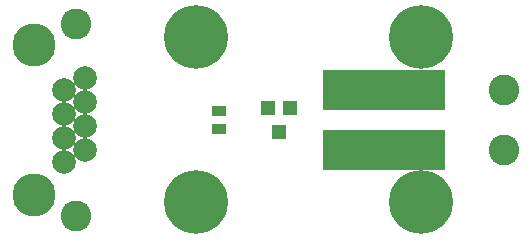
<source format=gbr>
G04 #@! TF.FileFunction,Soldermask,Top*
%FSLAX46Y46*%
G04 Gerber Fmt 4.6, Leading zero omitted, Abs format (unit mm)*
G04 Created by KiCad (PCBNEW 4.0.7) date 03/31/18 19:26:30*
%MOMM*%
%LPD*%
G01*
G04 APERTURE LIST*
%ADD10C,0.150000*%
%ADD11R,1.200000X1.300000*%
%ADD12C,2.600000*%
%ADD13C,3.650000*%
%ADD14C,2.000000*%
%ADD15R,10.400000X3.400000*%
%ADD16R,1.300000X0.900000*%
%ADD17C,5.400000*%
G04 APERTURE END LIST*
D10*
D11*
X49210000Y-34560000D03*
X47310000Y-34560000D03*
X48260000Y-36560000D03*
D12*
X31112000Y-27430000D03*
X31112000Y-43690000D03*
D13*
X27552000Y-29210000D03*
X27552000Y-41910000D03*
D14*
X30092000Y-35060000D03*
X30092000Y-37090000D03*
X31872000Y-34030000D03*
X31872000Y-36060000D03*
X31872000Y-32000000D03*
X30092000Y-33030000D03*
X31872000Y-38090000D03*
X30092000Y-39120000D03*
D15*
X57150000Y-38100000D03*
X57150000Y-33020000D03*
D16*
X43180000Y-36310000D03*
X43180000Y-34810000D03*
D17*
X60325000Y-42545000D03*
X41275000Y-28575000D03*
D12*
X67310000Y-38100000D03*
X67310000Y-33020000D03*
D17*
X60325000Y-28575000D03*
X41275000Y-42545000D03*
M02*

</source>
